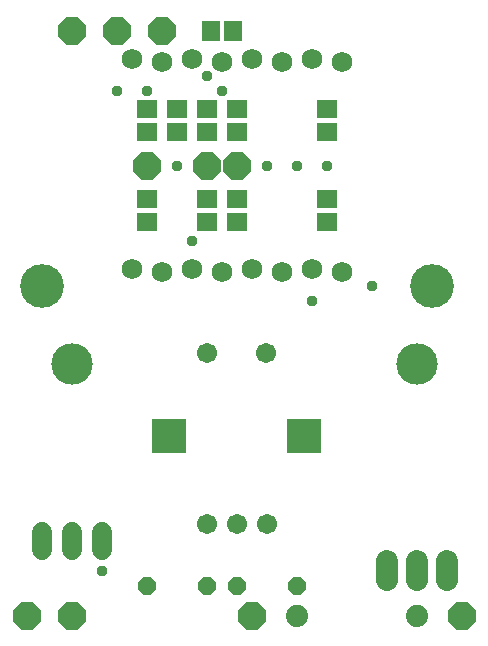
<source format=gbr>
G04 EAGLE Gerber RS-274X export*
G75*
%MOMM*%
%FSLAX34Y34*%
%LPD*%
%INSoldermask Top*%
%IPPOS*%
%AMOC8*
5,1,8,0,0,1.08239X$1,22.5*%
G01*
%ADD10C,3.703200*%
%ADD11P,1.649562X8X202.500000*%
%ADD12P,1.649562X8X22.500000*%
%ADD13C,1.879600*%
%ADD14C,1.711200*%
%ADD15R,2.903200X2.903200*%
%ADD16R,1.703200X1.503200*%
%ADD17P,2.556822X8X22.500000*%
%ADD18C,1.727200*%
%ADD19C,3.505200*%
%ADD20C,1.727200*%
%ADD21P,2.556822X8X202.500000*%
%ADD22C,1.879600*%
%ADD23P,2.556822X8X112.500000*%
%ADD24R,1.503200X1.703200*%
%ADD25C,0.959600*%


D10*
X38100Y317500D03*
X368300Y317500D03*
D11*
X254000Y63500D03*
X203200Y63500D03*
D12*
X127000Y63500D03*
X177800Y63500D03*
D13*
X355600Y38100D03*
X254000Y38100D03*
D14*
X203200Y115500D03*
X178200Y115500D03*
X228700Y115500D03*
X178200Y260500D03*
X228200Y260500D03*
D15*
X146200Y190500D03*
X260200Y190500D03*
D16*
X279400Y371500D03*
X279400Y390500D03*
D17*
X139700Y533400D03*
X127000Y419100D03*
D16*
X127000Y371500D03*
X127000Y390500D03*
D18*
X38100Y109220D02*
X38100Y93980D01*
X63500Y93980D02*
X63500Y109220D01*
X88900Y109220D02*
X88900Y93980D01*
D19*
X63500Y251460D03*
D20*
X114300Y331470D03*
X139700Y328930D03*
X165100Y331470D03*
X190500Y328930D03*
X215900Y331470D03*
X241300Y328930D03*
X266700Y331470D03*
X292100Y328930D03*
X292100Y506730D03*
X266700Y509270D03*
X241300Y506730D03*
X215900Y509270D03*
X190500Y506730D03*
X165100Y509270D03*
X139700Y506730D03*
X114300Y509270D03*
D16*
X152400Y447700D03*
X152400Y466700D03*
D21*
X215900Y38100D03*
X393700Y38100D03*
D22*
X330200Y67818D02*
X330200Y84582D01*
X355600Y84582D02*
X355600Y67818D01*
X381000Y67818D02*
X381000Y84582D01*
D19*
X355600Y251460D03*
D16*
X203200Y466700D03*
X203200Y447700D03*
X127000Y466700D03*
X127000Y447700D03*
X177800Y466700D03*
X177800Y447700D03*
X279400Y447700D03*
X279400Y466700D03*
D17*
X101600Y533400D03*
X177800Y419100D03*
D16*
X177800Y371500D03*
X177800Y390500D03*
D17*
X63500Y533400D03*
X203200Y419100D03*
D16*
X203200Y371500D03*
X203200Y390500D03*
D23*
X63500Y38100D03*
D17*
X25400Y38100D03*
D24*
X181000Y533400D03*
X200000Y533400D03*
D25*
X317500Y317500D03*
X266700Y304800D03*
X190500Y482600D03*
X127000Y482600D03*
X165100Y355600D03*
X101600Y482600D03*
X177800Y495300D03*
X228600Y419100D03*
X279400Y419100D03*
X152400Y419100D03*
X254000Y419100D03*
X88900Y76200D03*
M02*

</source>
